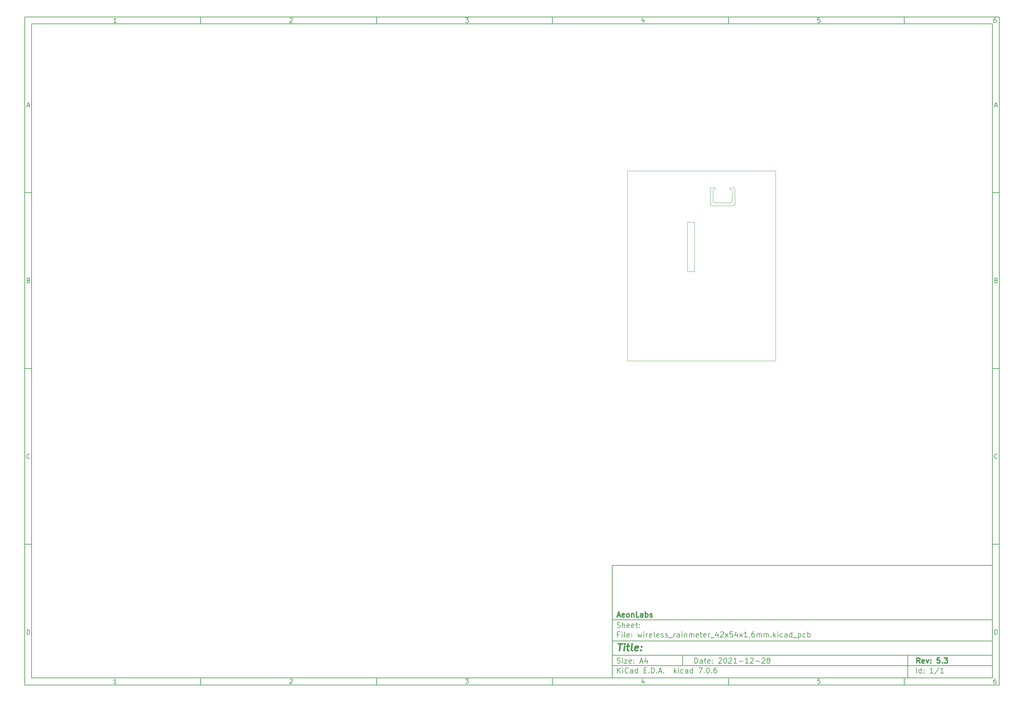
<source format=gbr>
G04 #@! TF.GenerationSoftware,KiCad,Pcbnew,7.0.6*
G04 #@! TF.CreationDate,2023-07-10T12:59:01+01:00*
G04 #@! TF.ProjectId,wireless_rainmeter_42x54x1_6mm,77697265-6c65-4737-935f-7261696e6d65,5.3*
G04 #@! TF.SameCoordinates,Original*
G04 #@! TF.FileFunction,Glue,Bot*
G04 #@! TF.FilePolarity,Positive*
%FSLAX46Y46*%
G04 Gerber Fmt 4.6, Leading zero omitted, Abs format (unit mm)*
G04 Created by KiCad (PCBNEW 7.0.6) date 2023-07-10 12:59:01*
%MOMM*%
%LPD*%
G01*
G04 APERTURE LIST*
%ADD10C,0.100000*%
%ADD11C,0.150000*%
%ADD12C,0.300000*%
%ADD13C,0.400000*%
G04 #@! TA.AperFunction,Profile*
%ADD14C,0.100000*%
G04 #@! TD*
G04 APERTURE END LIST*
D10*
D11*
X177002200Y-166007200D02*
X285002200Y-166007200D01*
X285002200Y-198007200D01*
X177002200Y-198007200D01*
X177002200Y-166007200D01*
D10*
D11*
X10000000Y-10000000D02*
X287002200Y-10000000D01*
X287002200Y-200007200D01*
X10000000Y-200007200D01*
X10000000Y-10000000D01*
D10*
D11*
X12000000Y-12000000D02*
X285002200Y-12000000D01*
X285002200Y-198007200D01*
X12000000Y-198007200D01*
X12000000Y-12000000D01*
D10*
D11*
X60000000Y-12000000D02*
X60000000Y-10000000D01*
D10*
D11*
X110000000Y-12000000D02*
X110000000Y-10000000D01*
D10*
D11*
X160000000Y-12000000D02*
X160000000Y-10000000D01*
D10*
D11*
X210000000Y-12000000D02*
X210000000Y-10000000D01*
D10*
D11*
X260000000Y-12000000D02*
X260000000Y-10000000D01*
D10*
D11*
X36089160Y-11593604D02*
X35346303Y-11593604D01*
X35717731Y-11593604D02*
X35717731Y-10293604D01*
X35717731Y-10293604D02*
X35593922Y-10479319D01*
X35593922Y-10479319D02*
X35470112Y-10603128D01*
X35470112Y-10603128D02*
X35346303Y-10665033D01*
D10*
D11*
X85346303Y-10417414D02*
X85408207Y-10355509D01*
X85408207Y-10355509D02*
X85532017Y-10293604D01*
X85532017Y-10293604D02*
X85841541Y-10293604D01*
X85841541Y-10293604D02*
X85965350Y-10355509D01*
X85965350Y-10355509D02*
X86027255Y-10417414D01*
X86027255Y-10417414D02*
X86089160Y-10541223D01*
X86089160Y-10541223D02*
X86089160Y-10665033D01*
X86089160Y-10665033D02*
X86027255Y-10850747D01*
X86027255Y-10850747D02*
X85284398Y-11593604D01*
X85284398Y-11593604D02*
X86089160Y-11593604D01*
D10*
D11*
X135284398Y-10293604D02*
X136089160Y-10293604D01*
X136089160Y-10293604D02*
X135655826Y-10788842D01*
X135655826Y-10788842D02*
X135841541Y-10788842D01*
X135841541Y-10788842D02*
X135965350Y-10850747D01*
X135965350Y-10850747D02*
X136027255Y-10912652D01*
X136027255Y-10912652D02*
X136089160Y-11036461D01*
X136089160Y-11036461D02*
X136089160Y-11345985D01*
X136089160Y-11345985D02*
X136027255Y-11469795D01*
X136027255Y-11469795D02*
X135965350Y-11531700D01*
X135965350Y-11531700D02*
X135841541Y-11593604D01*
X135841541Y-11593604D02*
X135470112Y-11593604D01*
X135470112Y-11593604D02*
X135346303Y-11531700D01*
X135346303Y-11531700D02*
X135284398Y-11469795D01*
D10*
D11*
X185965350Y-10726938D02*
X185965350Y-11593604D01*
X185655826Y-10231700D02*
X185346303Y-11160271D01*
X185346303Y-11160271D02*
X186151064Y-11160271D01*
D10*
D11*
X236027255Y-10293604D02*
X235408207Y-10293604D01*
X235408207Y-10293604D02*
X235346303Y-10912652D01*
X235346303Y-10912652D02*
X235408207Y-10850747D01*
X235408207Y-10850747D02*
X235532017Y-10788842D01*
X235532017Y-10788842D02*
X235841541Y-10788842D01*
X235841541Y-10788842D02*
X235965350Y-10850747D01*
X235965350Y-10850747D02*
X236027255Y-10912652D01*
X236027255Y-10912652D02*
X236089160Y-11036461D01*
X236089160Y-11036461D02*
X236089160Y-11345985D01*
X236089160Y-11345985D02*
X236027255Y-11469795D01*
X236027255Y-11469795D02*
X235965350Y-11531700D01*
X235965350Y-11531700D02*
X235841541Y-11593604D01*
X235841541Y-11593604D02*
X235532017Y-11593604D01*
X235532017Y-11593604D02*
X235408207Y-11531700D01*
X235408207Y-11531700D02*
X235346303Y-11469795D01*
D10*
D11*
X285965350Y-10293604D02*
X285717731Y-10293604D01*
X285717731Y-10293604D02*
X285593922Y-10355509D01*
X285593922Y-10355509D02*
X285532017Y-10417414D01*
X285532017Y-10417414D02*
X285408207Y-10603128D01*
X285408207Y-10603128D02*
X285346303Y-10850747D01*
X285346303Y-10850747D02*
X285346303Y-11345985D01*
X285346303Y-11345985D02*
X285408207Y-11469795D01*
X285408207Y-11469795D02*
X285470112Y-11531700D01*
X285470112Y-11531700D02*
X285593922Y-11593604D01*
X285593922Y-11593604D02*
X285841541Y-11593604D01*
X285841541Y-11593604D02*
X285965350Y-11531700D01*
X285965350Y-11531700D02*
X286027255Y-11469795D01*
X286027255Y-11469795D02*
X286089160Y-11345985D01*
X286089160Y-11345985D02*
X286089160Y-11036461D01*
X286089160Y-11036461D02*
X286027255Y-10912652D01*
X286027255Y-10912652D02*
X285965350Y-10850747D01*
X285965350Y-10850747D02*
X285841541Y-10788842D01*
X285841541Y-10788842D02*
X285593922Y-10788842D01*
X285593922Y-10788842D02*
X285470112Y-10850747D01*
X285470112Y-10850747D02*
X285408207Y-10912652D01*
X285408207Y-10912652D02*
X285346303Y-11036461D01*
D10*
D11*
X60000000Y-198007200D02*
X60000000Y-200007200D01*
D10*
D11*
X110000000Y-198007200D02*
X110000000Y-200007200D01*
D10*
D11*
X160000000Y-198007200D02*
X160000000Y-200007200D01*
D10*
D11*
X210000000Y-198007200D02*
X210000000Y-200007200D01*
D10*
D11*
X260000000Y-198007200D02*
X260000000Y-200007200D01*
D10*
D11*
X36089160Y-199600804D02*
X35346303Y-199600804D01*
X35717731Y-199600804D02*
X35717731Y-198300804D01*
X35717731Y-198300804D02*
X35593922Y-198486519D01*
X35593922Y-198486519D02*
X35470112Y-198610328D01*
X35470112Y-198610328D02*
X35346303Y-198672233D01*
D10*
D11*
X85346303Y-198424614D02*
X85408207Y-198362709D01*
X85408207Y-198362709D02*
X85532017Y-198300804D01*
X85532017Y-198300804D02*
X85841541Y-198300804D01*
X85841541Y-198300804D02*
X85965350Y-198362709D01*
X85965350Y-198362709D02*
X86027255Y-198424614D01*
X86027255Y-198424614D02*
X86089160Y-198548423D01*
X86089160Y-198548423D02*
X86089160Y-198672233D01*
X86089160Y-198672233D02*
X86027255Y-198857947D01*
X86027255Y-198857947D02*
X85284398Y-199600804D01*
X85284398Y-199600804D02*
X86089160Y-199600804D01*
D10*
D11*
X135284398Y-198300804D02*
X136089160Y-198300804D01*
X136089160Y-198300804D02*
X135655826Y-198796042D01*
X135655826Y-198796042D02*
X135841541Y-198796042D01*
X135841541Y-198796042D02*
X135965350Y-198857947D01*
X135965350Y-198857947D02*
X136027255Y-198919852D01*
X136027255Y-198919852D02*
X136089160Y-199043661D01*
X136089160Y-199043661D02*
X136089160Y-199353185D01*
X136089160Y-199353185D02*
X136027255Y-199476995D01*
X136027255Y-199476995D02*
X135965350Y-199538900D01*
X135965350Y-199538900D02*
X135841541Y-199600804D01*
X135841541Y-199600804D02*
X135470112Y-199600804D01*
X135470112Y-199600804D02*
X135346303Y-199538900D01*
X135346303Y-199538900D02*
X135284398Y-199476995D01*
D10*
D11*
X185965350Y-198734138D02*
X185965350Y-199600804D01*
X185655826Y-198238900D02*
X185346303Y-199167471D01*
X185346303Y-199167471D02*
X186151064Y-199167471D01*
D10*
D11*
X236027255Y-198300804D02*
X235408207Y-198300804D01*
X235408207Y-198300804D02*
X235346303Y-198919852D01*
X235346303Y-198919852D02*
X235408207Y-198857947D01*
X235408207Y-198857947D02*
X235532017Y-198796042D01*
X235532017Y-198796042D02*
X235841541Y-198796042D01*
X235841541Y-198796042D02*
X235965350Y-198857947D01*
X235965350Y-198857947D02*
X236027255Y-198919852D01*
X236027255Y-198919852D02*
X236089160Y-199043661D01*
X236089160Y-199043661D02*
X236089160Y-199353185D01*
X236089160Y-199353185D02*
X236027255Y-199476995D01*
X236027255Y-199476995D02*
X235965350Y-199538900D01*
X235965350Y-199538900D02*
X235841541Y-199600804D01*
X235841541Y-199600804D02*
X235532017Y-199600804D01*
X235532017Y-199600804D02*
X235408207Y-199538900D01*
X235408207Y-199538900D02*
X235346303Y-199476995D01*
D10*
D11*
X285965350Y-198300804D02*
X285717731Y-198300804D01*
X285717731Y-198300804D02*
X285593922Y-198362709D01*
X285593922Y-198362709D02*
X285532017Y-198424614D01*
X285532017Y-198424614D02*
X285408207Y-198610328D01*
X285408207Y-198610328D02*
X285346303Y-198857947D01*
X285346303Y-198857947D02*
X285346303Y-199353185D01*
X285346303Y-199353185D02*
X285408207Y-199476995D01*
X285408207Y-199476995D02*
X285470112Y-199538900D01*
X285470112Y-199538900D02*
X285593922Y-199600804D01*
X285593922Y-199600804D02*
X285841541Y-199600804D01*
X285841541Y-199600804D02*
X285965350Y-199538900D01*
X285965350Y-199538900D02*
X286027255Y-199476995D01*
X286027255Y-199476995D02*
X286089160Y-199353185D01*
X286089160Y-199353185D02*
X286089160Y-199043661D01*
X286089160Y-199043661D02*
X286027255Y-198919852D01*
X286027255Y-198919852D02*
X285965350Y-198857947D01*
X285965350Y-198857947D02*
X285841541Y-198796042D01*
X285841541Y-198796042D02*
X285593922Y-198796042D01*
X285593922Y-198796042D02*
X285470112Y-198857947D01*
X285470112Y-198857947D02*
X285408207Y-198919852D01*
X285408207Y-198919852D02*
X285346303Y-199043661D01*
D10*
D11*
X10000000Y-60000000D02*
X12000000Y-60000000D01*
D10*
D11*
X10000000Y-110000000D02*
X12000000Y-110000000D01*
D10*
D11*
X10000000Y-160000000D02*
X12000000Y-160000000D01*
D10*
D11*
X10690476Y-35222176D02*
X11309523Y-35222176D01*
X10566666Y-35593604D02*
X10999999Y-34293604D01*
X10999999Y-34293604D02*
X11433333Y-35593604D01*
D10*
D11*
X11092857Y-84912652D02*
X11278571Y-84974557D01*
X11278571Y-84974557D02*
X11340476Y-85036461D01*
X11340476Y-85036461D02*
X11402380Y-85160271D01*
X11402380Y-85160271D02*
X11402380Y-85345985D01*
X11402380Y-85345985D02*
X11340476Y-85469795D01*
X11340476Y-85469795D02*
X11278571Y-85531700D01*
X11278571Y-85531700D02*
X11154761Y-85593604D01*
X11154761Y-85593604D02*
X10659523Y-85593604D01*
X10659523Y-85593604D02*
X10659523Y-84293604D01*
X10659523Y-84293604D02*
X11092857Y-84293604D01*
X11092857Y-84293604D02*
X11216666Y-84355509D01*
X11216666Y-84355509D02*
X11278571Y-84417414D01*
X11278571Y-84417414D02*
X11340476Y-84541223D01*
X11340476Y-84541223D02*
X11340476Y-84665033D01*
X11340476Y-84665033D02*
X11278571Y-84788842D01*
X11278571Y-84788842D02*
X11216666Y-84850747D01*
X11216666Y-84850747D02*
X11092857Y-84912652D01*
X11092857Y-84912652D02*
X10659523Y-84912652D01*
D10*
D11*
X11402380Y-135469795D02*
X11340476Y-135531700D01*
X11340476Y-135531700D02*
X11154761Y-135593604D01*
X11154761Y-135593604D02*
X11030952Y-135593604D01*
X11030952Y-135593604D02*
X10845238Y-135531700D01*
X10845238Y-135531700D02*
X10721428Y-135407890D01*
X10721428Y-135407890D02*
X10659523Y-135284080D01*
X10659523Y-135284080D02*
X10597619Y-135036461D01*
X10597619Y-135036461D02*
X10597619Y-134850747D01*
X10597619Y-134850747D02*
X10659523Y-134603128D01*
X10659523Y-134603128D02*
X10721428Y-134479319D01*
X10721428Y-134479319D02*
X10845238Y-134355509D01*
X10845238Y-134355509D02*
X11030952Y-134293604D01*
X11030952Y-134293604D02*
X11154761Y-134293604D01*
X11154761Y-134293604D02*
X11340476Y-134355509D01*
X11340476Y-134355509D02*
X11402380Y-134417414D01*
D10*
D11*
X10659523Y-185593604D02*
X10659523Y-184293604D01*
X10659523Y-184293604D02*
X10969047Y-184293604D01*
X10969047Y-184293604D02*
X11154761Y-184355509D01*
X11154761Y-184355509D02*
X11278571Y-184479319D01*
X11278571Y-184479319D02*
X11340476Y-184603128D01*
X11340476Y-184603128D02*
X11402380Y-184850747D01*
X11402380Y-184850747D02*
X11402380Y-185036461D01*
X11402380Y-185036461D02*
X11340476Y-185284080D01*
X11340476Y-185284080D02*
X11278571Y-185407890D01*
X11278571Y-185407890D02*
X11154761Y-185531700D01*
X11154761Y-185531700D02*
X10969047Y-185593604D01*
X10969047Y-185593604D02*
X10659523Y-185593604D01*
D10*
D11*
X287002200Y-60000000D02*
X285002200Y-60000000D01*
D10*
D11*
X287002200Y-110000000D02*
X285002200Y-110000000D01*
D10*
D11*
X287002200Y-160000000D02*
X285002200Y-160000000D01*
D10*
D11*
X285692676Y-35222176D02*
X286311723Y-35222176D01*
X285568866Y-35593604D02*
X286002199Y-34293604D01*
X286002199Y-34293604D02*
X286435533Y-35593604D01*
D10*
D11*
X286095057Y-84912652D02*
X286280771Y-84974557D01*
X286280771Y-84974557D02*
X286342676Y-85036461D01*
X286342676Y-85036461D02*
X286404580Y-85160271D01*
X286404580Y-85160271D02*
X286404580Y-85345985D01*
X286404580Y-85345985D02*
X286342676Y-85469795D01*
X286342676Y-85469795D02*
X286280771Y-85531700D01*
X286280771Y-85531700D02*
X286156961Y-85593604D01*
X286156961Y-85593604D02*
X285661723Y-85593604D01*
X285661723Y-85593604D02*
X285661723Y-84293604D01*
X285661723Y-84293604D02*
X286095057Y-84293604D01*
X286095057Y-84293604D02*
X286218866Y-84355509D01*
X286218866Y-84355509D02*
X286280771Y-84417414D01*
X286280771Y-84417414D02*
X286342676Y-84541223D01*
X286342676Y-84541223D02*
X286342676Y-84665033D01*
X286342676Y-84665033D02*
X286280771Y-84788842D01*
X286280771Y-84788842D02*
X286218866Y-84850747D01*
X286218866Y-84850747D02*
X286095057Y-84912652D01*
X286095057Y-84912652D02*
X285661723Y-84912652D01*
D10*
D11*
X286404580Y-135469795D02*
X286342676Y-135531700D01*
X286342676Y-135531700D02*
X286156961Y-135593604D01*
X286156961Y-135593604D02*
X286033152Y-135593604D01*
X286033152Y-135593604D02*
X285847438Y-135531700D01*
X285847438Y-135531700D02*
X285723628Y-135407890D01*
X285723628Y-135407890D02*
X285661723Y-135284080D01*
X285661723Y-135284080D02*
X285599819Y-135036461D01*
X285599819Y-135036461D02*
X285599819Y-134850747D01*
X285599819Y-134850747D02*
X285661723Y-134603128D01*
X285661723Y-134603128D02*
X285723628Y-134479319D01*
X285723628Y-134479319D02*
X285847438Y-134355509D01*
X285847438Y-134355509D02*
X286033152Y-134293604D01*
X286033152Y-134293604D02*
X286156961Y-134293604D01*
X286156961Y-134293604D02*
X286342676Y-134355509D01*
X286342676Y-134355509D02*
X286404580Y-134417414D01*
D10*
D11*
X285661723Y-185593604D02*
X285661723Y-184293604D01*
X285661723Y-184293604D02*
X285971247Y-184293604D01*
X285971247Y-184293604D02*
X286156961Y-184355509D01*
X286156961Y-184355509D02*
X286280771Y-184479319D01*
X286280771Y-184479319D02*
X286342676Y-184603128D01*
X286342676Y-184603128D02*
X286404580Y-184850747D01*
X286404580Y-184850747D02*
X286404580Y-185036461D01*
X286404580Y-185036461D02*
X286342676Y-185284080D01*
X286342676Y-185284080D02*
X286280771Y-185407890D01*
X286280771Y-185407890D02*
X286156961Y-185531700D01*
X286156961Y-185531700D02*
X285971247Y-185593604D01*
X285971247Y-185593604D02*
X285661723Y-185593604D01*
D10*
D11*
X200458026Y-193793328D02*
X200458026Y-192293328D01*
X200458026Y-192293328D02*
X200815169Y-192293328D01*
X200815169Y-192293328D02*
X201029455Y-192364757D01*
X201029455Y-192364757D02*
X201172312Y-192507614D01*
X201172312Y-192507614D02*
X201243741Y-192650471D01*
X201243741Y-192650471D02*
X201315169Y-192936185D01*
X201315169Y-192936185D02*
X201315169Y-193150471D01*
X201315169Y-193150471D02*
X201243741Y-193436185D01*
X201243741Y-193436185D02*
X201172312Y-193579042D01*
X201172312Y-193579042D02*
X201029455Y-193721900D01*
X201029455Y-193721900D02*
X200815169Y-193793328D01*
X200815169Y-193793328D02*
X200458026Y-193793328D01*
X202600884Y-193793328D02*
X202600884Y-193007614D01*
X202600884Y-193007614D02*
X202529455Y-192864757D01*
X202529455Y-192864757D02*
X202386598Y-192793328D01*
X202386598Y-192793328D02*
X202100884Y-192793328D01*
X202100884Y-192793328D02*
X201958026Y-192864757D01*
X202600884Y-193721900D02*
X202458026Y-193793328D01*
X202458026Y-193793328D02*
X202100884Y-193793328D01*
X202100884Y-193793328D02*
X201958026Y-193721900D01*
X201958026Y-193721900D02*
X201886598Y-193579042D01*
X201886598Y-193579042D02*
X201886598Y-193436185D01*
X201886598Y-193436185D02*
X201958026Y-193293328D01*
X201958026Y-193293328D02*
X202100884Y-193221900D01*
X202100884Y-193221900D02*
X202458026Y-193221900D01*
X202458026Y-193221900D02*
X202600884Y-193150471D01*
X203100884Y-192793328D02*
X203672312Y-192793328D01*
X203315169Y-192293328D02*
X203315169Y-193579042D01*
X203315169Y-193579042D02*
X203386598Y-193721900D01*
X203386598Y-193721900D02*
X203529455Y-193793328D01*
X203529455Y-193793328D02*
X203672312Y-193793328D01*
X204743741Y-193721900D02*
X204600884Y-193793328D01*
X204600884Y-193793328D02*
X204315170Y-193793328D01*
X204315170Y-193793328D02*
X204172312Y-193721900D01*
X204172312Y-193721900D02*
X204100884Y-193579042D01*
X204100884Y-193579042D02*
X204100884Y-193007614D01*
X204100884Y-193007614D02*
X204172312Y-192864757D01*
X204172312Y-192864757D02*
X204315170Y-192793328D01*
X204315170Y-192793328D02*
X204600884Y-192793328D01*
X204600884Y-192793328D02*
X204743741Y-192864757D01*
X204743741Y-192864757D02*
X204815170Y-193007614D01*
X204815170Y-193007614D02*
X204815170Y-193150471D01*
X204815170Y-193150471D02*
X204100884Y-193293328D01*
X205458026Y-193650471D02*
X205529455Y-193721900D01*
X205529455Y-193721900D02*
X205458026Y-193793328D01*
X205458026Y-193793328D02*
X205386598Y-193721900D01*
X205386598Y-193721900D02*
X205458026Y-193650471D01*
X205458026Y-193650471D02*
X205458026Y-193793328D01*
X205458026Y-192864757D02*
X205529455Y-192936185D01*
X205529455Y-192936185D02*
X205458026Y-193007614D01*
X205458026Y-193007614D02*
X205386598Y-192936185D01*
X205386598Y-192936185D02*
X205458026Y-192864757D01*
X205458026Y-192864757D02*
X205458026Y-193007614D01*
X207243741Y-192436185D02*
X207315169Y-192364757D01*
X207315169Y-192364757D02*
X207458027Y-192293328D01*
X207458027Y-192293328D02*
X207815169Y-192293328D01*
X207815169Y-192293328D02*
X207958027Y-192364757D01*
X207958027Y-192364757D02*
X208029455Y-192436185D01*
X208029455Y-192436185D02*
X208100884Y-192579042D01*
X208100884Y-192579042D02*
X208100884Y-192721900D01*
X208100884Y-192721900D02*
X208029455Y-192936185D01*
X208029455Y-192936185D02*
X207172312Y-193793328D01*
X207172312Y-193793328D02*
X208100884Y-193793328D01*
X209029455Y-192293328D02*
X209172312Y-192293328D01*
X209172312Y-192293328D02*
X209315169Y-192364757D01*
X209315169Y-192364757D02*
X209386598Y-192436185D01*
X209386598Y-192436185D02*
X209458026Y-192579042D01*
X209458026Y-192579042D02*
X209529455Y-192864757D01*
X209529455Y-192864757D02*
X209529455Y-193221900D01*
X209529455Y-193221900D02*
X209458026Y-193507614D01*
X209458026Y-193507614D02*
X209386598Y-193650471D01*
X209386598Y-193650471D02*
X209315169Y-193721900D01*
X209315169Y-193721900D02*
X209172312Y-193793328D01*
X209172312Y-193793328D02*
X209029455Y-193793328D01*
X209029455Y-193793328D02*
X208886598Y-193721900D01*
X208886598Y-193721900D02*
X208815169Y-193650471D01*
X208815169Y-193650471D02*
X208743740Y-193507614D01*
X208743740Y-193507614D02*
X208672312Y-193221900D01*
X208672312Y-193221900D02*
X208672312Y-192864757D01*
X208672312Y-192864757D02*
X208743740Y-192579042D01*
X208743740Y-192579042D02*
X208815169Y-192436185D01*
X208815169Y-192436185D02*
X208886598Y-192364757D01*
X208886598Y-192364757D02*
X209029455Y-192293328D01*
X210100883Y-192436185D02*
X210172311Y-192364757D01*
X210172311Y-192364757D02*
X210315169Y-192293328D01*
X210315169Y-192293328D02*
X210672311Y-192293328D01*
X210672311Y-192293328D02*
X210815169Y-192364757D01*
X210815169Y-192364757D02*
X210886597Y-192436185D01*
X210886597Y-192436185D02*
X210958026Y-192579042D01*
X210958026Y-192579042D02*
X210958026Y-192721900D01*
X210958026Y-192721900D02*
X210886597Y-192936185D01*
X210886597Y-192936185D02*
X210029454Y-193793328D01*
X210029454Y-193793328D02*
X210958026Y-193793328D01*
X212386597Y-193793328D02*
X211529454Y-193793328D01*
X211958025Y-193793328D02*
X211958025Y-192293328D01*
X211958025Y-192293328D02*
X211815168Y-192507614D01*
X211815168Y-192507614D02*
X211672311Y-192650471D01*
X211672311Y-192650471D02*
X211529454Y-192721900D01*
X213029453Y-193221900D02*
X214172311Y-193221900D01*
X215672311Y-193793328D02*
X214815168Y-193793328D01*
X215243739Y-193793328D02*
X215243739Y-192293328D01*
X215243739Y-192293328D02*
X215100882Y-192507614D01*
X215100882Y-192507614D02*
X214958025Y-192650471D01*
X214958025Y-192650471D02*
X214815168Y-192721900D01*
X216243739Y-192436185D02*
X216315167Y-192364757D01*
X216315167Y-192364757D02*
X216458025Y-192293328D01*
X216458025Y-192293328D02*
X216815167Y-192293328D01*
X216815167Y-192293328D02*
X216958025Y-192364757D01*
X216958025Y-192364757D02*
X217029453Y-192436185D01*
X217029453Y-192436185D02*
X217100882Y-192579042D01*
X217100882Y-192579042D02*
X217100882Y-192721900D01*
X217100882Y-192721900D02*
X217029453Y-192936185D01*
X217029453Y-192936185D02*
X216172310Y-193793328D01*
X216172310Y-193793328D02*
X217100882Y-193793328D01*
X217743738Y-193221900D02*
X218886596Y-193221900D01*
X219529453Y-192436185D02*
X219600881Y-192364757D01*
X219600881Y-192364757D02*
X219743739Y-192293328D01*
X219743739Y-192293328D02*
X220100881Y-192293328D01*
X220100881Y-192293328D02*
X220243739Y-192364757D01*
X220243739Y-192364757D02*
X220315167Y-192436185D01*
X220315167Y-192436185D02*
X220386596Y-192579042D01*
X220386596Y-192579042D02*
X220386596Y-192721900D01*
X220386596Y-192721900D02*
X220315167Y-192936185D01*
X220315167Y-192936185D02*
X219458024Y-193793328D01*
X219458024Y-193793328D02*
X220386596Y-193793328D01*
X221243738Y-192936185D02*
X221100881Y-192864757D01*
X221100881Y-192864757D02*
X221029452Y-192793328D01*
X221029452Y-192793328D02*
X220958024Y-192650471D01*
X220958024Y-192650471D02*
X220958024Y-192579042D01*
X220958024Y-192579042D02*
X221029452Y-192436185D01*
X221029452Y-192436185D02*
X221100881Y-192364757D01*
X221100881Y-192364757D02*
X221243738Y-192293328D01*
X221243738Y-192293328D02*
X221529452Y-192293328D01*
X221529452Y-192293328D02*
X221672310Y-192364757D01*
X221672310Y-192364757D02*
X221743738Y-192436185D01*
X221743738Y-192436185D02*
X221815167Y-192579042D01*
X221815167Y-192579042D02*
X221815167Y-192650471D01*
X221815167Y-192650471D02*
X221743738Y-192793328D01*
X221743738Y-192793328D02*
X221672310Y-192864757D01*
X221672310Y-192864757D02*
X221529452Y-192936185D01*
X221529452Y-192936185D02*
X221243738Y-192936185D01*
X221243738Y-192936185D02*
X221100881Y-193007614D01*
X221100881Y-193007614D02*
X221029452Y-193079042D01*
X221029452Y-193079042D02*
X220958024Y-193221900D01*
X220958024Y-193221900D02*
X220958024Y-193507614D01*
X220958024Y-193507614D02*
X221029452Y-193650471D01*
X221029452Y-193650471D02*
X221100881Y-193721900D01*
X221100881Y-193721900D02*
X221243738Y-193793328D01*
X221243738Y-193793328D02*
X221529452Y-193793328D01*
X221529452Y-193793328D02*
X221672310Y-193721900D01*
X221672310Y-193721900D02*
X221743738Y-193650471D01*
X221743738Y-193650471D02*
X221815167Y-193507614D01*
X221815167Y-193507614D02*
X221815167Y-193221900D01*
X221815167Y-193221900D02*
X221743738Y-193079042D01*
X221743738Y-193079042D02*
X221672310Y-193007614D01*
X221672310Y-193007614D02*
X221529452Y-192936185D01*
D10*
D11*
X177002200Y-194507200D02*
X285002200Y-194507200D01*
D10*
D11*
X178458026Y-196593328D02*
X178458026Y-195093328D01*
X179315169Y-196593328D02*
X178672312Y-195736185D01*
X179315169Y-195093328D02*
X178458026Y-195950471D01*
X179958026Y-196593328D02*
X179958026Y-195593328D01*
X179958026Y-195093328D02*
X179886598Y-195164757D01*
X179886598Y-195164757D02*
X179958026Y-195236185D01*
X179958026Y-195236185D02*
X180029455Y-195164757D01*
X180029455Y-195164757D02*
X179958026Y-195093328D01*
X179958026Y-195093328D02*
X179958026Y-195236185D01*
X181529455Y-196450471D02*
X181458027Y-196521900D01*
X181458027Y-196521900D02*
X181243741Y-196593328D01*
X181243741Y-196593328D02*
X181100884Y-196593328D01*
X181100884Y-196593328D02*
X180886598Y-196521900D01*
X180886598Y-196521900D02*
X180743741Y-196379042D01*
X180743741Y-196379042D02*
X180672312Y-196236185D01*
X180672312Y-196236185D02*
X180600884Y-195950471D01*
X180600884Y-195950471D02*
X180600884Y-195736185D01*
X180600884Y-195736185D02*
X180672312Y-195450471D01*
X180672312Y-195450471D02*
X180743741Y-195307614D01*
X180743741Y-195307614D02*
X180886598Y-195164757D01*
X180886598Y-195164757D02*
X181100884Y-195093328D01*
X181100884Y-195093328D02*
X181243741Y-195093328D01*
X181243741Y-195093328D02*
X181458027Y-195164757D01*
X181458027Y-195164757D02*
X181529455Y-195236185D01*
X182815170Y-196593328D02*
X182815170Y-195807614D01*
X182815170Y-195807614D02*
X182743741Y-195664757D01*
X182743741Y-195664757D02*
X182600884Y-195593328D01*
X182600884Y-195593328D02*
X182315170Y-195593328D01*
X182315170Y-195593328D02*
X182172312Y-195664757D01*
X182815170Y-196521900D02*
X182672312Y-196593328D01*
X182672312Y-196593328D02*
X182315170Y-196593328D01*
X182315170Y-196593328D02*
X182172312Y-196521900D01*
X182172312Y-196521900D02*
X182100884Y-196379042D01*
X182100884Y-196379042D02*
X182100884Y-196236185D01*
X182100884Y-196236185D02*
X182172312Y-196093328D01*
X182172312Y-196093328D02*
X182315170Y-196021900D01*
X182315170Y-196021900D02*
X182672312Y-196021900D01*
X182672312Y-196021900D02*
X182815170Y-195950471D01*
X184172313Y-196593328D02*
X184172313Y-195093328D01*
X184172313Y-196521900D02*
X184029455Y-196593328D01*
X184029455Y-196593328D02*
X183743741Y-196593328D01*
X183743741Y-196593328D02*
X183600884Y-196521900D01*
X183600884Y-196521900D02*
X183529455Y-196450471D01*
X183529455Y-196450471D02*
X183458027Y-196307614D01*
X183458027Y-196307614D02*
X183458027Y-195879042D01*
X183458027Y-195879042D02*
X183529455Y-195736185D01*
X183529455Y-195736185D02*
X183600884Y-195664757D01*
X183600884Y-195664757D02*
X183743741Y-195593328D01*
X183743741Y-195593328D02*
X184029455Y-195593328D01*
X184029455Y-195593328D02*
X184172313Y-195664757D01*
X186029455Y-195807614D02*
X186529455Y-195807614D01*
X186743741Y-196593328D02*
X186029455Y-196593328D01*
X186029455Y-196593328D02*
X186029455Y-195093328D01*
X186029455Y-195093328D02*
X186743741Y-195093328D01*
X187386598Y-196450471D02*
X187458027Y-196521900D01*
X187458027Y-196521900D02*
X187386598Y-196593328D01*
X187386598Y-196593328D02*
X187315170Y-196521900D01*
X187315170Y-196521900D02*
X187386598Y-196450471D01*
X187386598Y-196450471D02*
X187386598Y-196593328D01*
X188100884Y-196593328D02*
X188100884Y-195093328D01*
X188100884Y-195093328D02*
X188458027Y-195093328D01*
X188458027Y-195093328D02*
X188672313Y-195164757D01*
X188672313Y-195164757D02*
X188815170Y-195307614D01*
X188815170Y-195307614D02*
X188886599Y-195450471D01*
X188886599Y-195450471D02*
X188958027Y-195736185D01*
X188958027Y-195736185D02*
X188958027Y-195950471D01*
X188958027Y-195950471D02*
X188886599Y-196236185D01*
X188886599Y-196236185D02*
X188815170Y-196379042D01*
X188815170Y-196379042D02*
X188672313Y-196521900D01*
X188672313Y-196521900D02*
X188458027Y-196593328D01*
X188458027Y-196593328D02*
X188100884Y-196593328D01*
X189600884Y-196450471D02*
X189672313Y-196521900D01*
X189672313Y-196521900D02*
X189600884Y-196593328D01*
X189600884Y-196593328D02*
X189529456Y-196521900D01*
X189529456Y-196521900D02*
X189600884Y-196450471D01*
X189600884Y-196450471D02*
X189600884Y-196593328D01*
X190243742Y-196164757D02*
X190958028Y-196164757D01*
X190100885Y-196593328D02*
X190600885Y-195093328D01*
X190600885Y-195093328D02*
X191100885Y-196593328D01*
X191600884Y-196450471D02*
X191672313Y-196521900D01*
X191672313Y-196521900D02*
X191600884Y-196593328D01*
X191600884Y-196593328D02*
X191529456Y-196521900D01*
X191529456Y-196521900D02*
X191600884Y-196450471D01*
X191600884Y-196450471D02*
X191600884Y-196593328D01*
X194600884Y-196593328D02*
X194600884Y-195093328D01*
X194743742Y-196021900D02*
X195172313Y-196593328D01*
X195172313Y-195593328D02*
X194600884Y-196164757D01*
X195815170Y-196593328D02*
X195815170Y-195593328D01*
X195815170Y-195093328D02*
X195743742Y-195164757D01*
X195743742Y-195164757D02*
X195815170Y-195236185D01*
X195815170Y-195236185D02*
X195886599Y-195164757D01*
X195886599Y-195164757D02*
X195815170Y-195093328D01*
X195815170Y-195093328D02*
X195815170Y-195236185D01*
X197172314Y-196521900D02*
X197029456Y-196593328D01*
X197029456Y-196593328D02*
X196743742Y-196593328D01*
X196743742Y-196593328D02*
X196600885Y-196521900D01*
X196600885Y-196521900D02*
X196529456Y-196450471D01*
X196529456Y-196450471D02*
X196458028Y-196307614D01*
X196458028Y-196307614D02*
X196458028Y-195879042D01*
X196458028Y-195879042D02*
X196529456Y-195736185D01*
X196529456Y-195736185D02*
X196600885Y-195664757D01*
X196600885Y-195664757D02*
X196743742Y-195593328D01*
X196743742Y-195593328D02*
X197029456Y-195593328D01*
X197029456Y-195593328D02*
X197172314Y-195664757D01*
X198458028Y-196593328D02*
X198458028Y-195807614D01*
X198458028Y-195807614D02*
X198386599Y-195664757D01*
X198386599Y-195664757D02*
X198243742Y-195593328D01*
X198243742Y-195593328D02*
X197958028Y-195593328D01*
X197958028Y-195593328D02*
X197815170Y-195664757D01*
X198458028Y-196521900D02*
X198315170Y-196593328D01*
X198315170Y-196593328D02*
X197958028Y-196593328D01*
X197958028Y-196593328D02*
X197815170Y-196521900D01*
X197815170Y-196521900D02*
X197743742Y-196379042D01*
X197743742Y-196379042D02*
X197743742Y-196236185D01*
X197743742Y-196236185D02*
X197815170Y-196093328D01*
X197815170Y-196093328D02*
X197958028Y-196021900D01*
X197958028Y-196021900D02*
X198315170Y-196021900D01*
X198315170Y-196021900D02*
X198458028Y-195950471D01*
X199815171Y-196593328D02*
X199815171Y-195093328D01*
X199815171Y-196521900D02*
X199672313Y-196593328D01*
X199672313Y-196593328D02*
X199386599Y-196593328D01*
X199386599Y-196593328D02*
X199243742Y-196521900D01*
X199243742Y-196521900D02*
X199172313Y-196450471D01*
X199172313Y-196450471D02*
X199100885Y-196307614D01*
X199100885Y-196307614D02*
X199100885Y-195879042D01*
X199100885Y-195879042D02*
X199172313Y-195736185D01*
X199172313Y-195736185D02*
X199243742Y-195664757D01*
X199243742Y-195664757D02*
X199386599Y-195593328D01*
X199386599Y-195593328D02*
X199672313Y-195593328D01*
X199672313Y-195593328D02*
X199815171Y-195664757D01*
X201529456Y-195093328D02*
X202529456Y-195093328D01*
X202529456Y-195093328D02*
X201886599Y-196593328D01*
X203100884Y-196450471D02*
X203172313Y-196521900D01*
X203172313Y-196521900D02*
X203100884Y-196593328D01*
X203100884Y-196593328D02*
X203029456Y-196521900D01*
X203029456Y-196521900D02*
X203100884Y-196450471D01*
X203100884Y-196450471D02*
X203100884Y-196593328D01*
X204100885Y-195093328D02*
X204243742Y-195093328D01*
X204243742Y-195093328D02*
X204386599Y-195164757D01*
X204386599Y-195164757D02*
X204458028Y-195236185D01*
X204458028Y-195236185D02*
X204529456Y-195379042D01*
X204529456Y-195379042D02*
X204600885Y-195664757D01*
X204600885Y-195664757D02*
X204600885Y-196021900D01*
X204600885Y-196021900D02*
X204529456Y-196307614D01*
X204529456Y-196307614D02*
X204458028Y-196450471D01*
X204458028Y-196450471D02*
X204386599Y-196521900D01*
X204386599Y-196521900D02*
X204243742Y-196593328D01*
X204243742Y-196593328D02*
X204100885Y-196593328D01*
X204100885Y-196593328D02*
X203958028Y-196521900D01*
X203958028Y-196521900D02*
X203886599Y-196450471D01*
X203886599Y-196450471D02*
X203815170Y-196307614D01*
X203815170Y-196307614D02*
X203743742Y-196021900D01*
X203743742Y-196021900D02*
X203743742Y-195664757D01*
X203743742Y-195664757D02*
X203815170Y-195379042D01*
X203815170Y-195379042D02*
X203886599Y-195236185D01*
X203886599Y-195236185D02*
X203958028Y-195164757D01*
X203958028Y-195164757D02*
X204100885Y-195093328D01*
X205243741Y-196450471D02*
X205315170Y-196521900D01*
X205315170Y-196521900D02*
X205243741Y-196593328D01*
X205243741Y-196593328D02*
X205172313Y-196521900D01*
X205172313Y-196521900D02*
X205243741Y-196450471D01*
X205243741Y-196450471D02*
X205243741Y-196593328D01*
X206600885Y-195093328D02*
X206315170Y-195093328D01*
X206315170Y-195093328D02*
X206172313Y-195164757D01*
X206172313Y-195164757D02*
X206100885Y-195236185D01*
X206100885Y-195236185D02*
X205958027Y-195450471D01*
X205958027Y-195450471D02*
X205886599Y-195736185D01*
X205886599Y-195736185D02*
X205886599Y-196307614D01*
X205886599Y-196307614D02*
X205958027Y-196450471D01*
X205958027Y-196450471D02*
X206029456Y-196521900D01*
X206029456Y-196521900D02*
X206172313Y-196593328D01*
X206172313Y-196593328D02*
X206458027Y-196593328D01*
X206458027Y-196593328D02*
X206600885Y-196521900D01*
X206600885Y-196521900D02*
X206672313Y-196450471D01*
X206672313Y-196450471D02*
X206743742Y-196307614D01*
X206743742Y-196307614D02*
X206743742Y-195950471D01*
X206743742Y-195950471D02*
X206672313Y-195807614D01*
X206672313Y-195807614D02*
X206600885Y-195736185D01*
X206600885Y-195736185D02*
X206458027Y-195664757D01*
X206458027Y-195664757D02*
X206172313Y-195664757D01*
X206172313Y-195664757D02*
X206029456Y-195736185D01*
X206029456Y-195736185D02*
X205958027Y-195807614D01*
X205958027Y-195807614D02*
X205886599Y-195950471D01*
D10*
D11*
X177002200Y-191507200D02*
X285002200Y-191507200D01*
D10*
D12*
X264413853Y-193785528D02*
X263913853Y-193071242D01*
X263556710Y-193785528D02*
X263556710Y-192285528D01*
X263556710Y-192285528D02*
X264128139Y-192285528D01*
X264128139Y-192285528D02*
X264270996Y-192356957D01*
X264270996Y-192356957D02*
X264342425Y-192428385D01*
X264342425Y-192428385D02*
X264413853Y-192571242D01*
X264413853Y-192571242D02*
X264413853Y-192785528D01*
X264413853Y-192785528D02*
X264342425Y-192928385D01*
X264342425Y-192928385D02*
X264270996Y-192999814D01*
X264270996Y-192999814D02*
X264128139Y-193071242D01*
X264128139Y-193071242D02*
X263556710Y-193071242D01*
X265628139Y-193714100D02*
X265485282Y-193785528D01*
X265485282Y-193785528D02*
X265199568Y-193785528D01*
X265199568Y-193785528D02*
X265056710Y-193714100D01*
X265056710Y-193714100D02*
X264985282Y-193571242D01*
X264985282Y-193571242D02*
X264985282Y-192999814D01*
X264985282Y-192999814D02*
X265056710Y-192856957D01*
X265056710Y-192856957D02*
X265199568Y-192785528D01*
X265199568Y-192785528D02*
X265485282Y-192785528D01*
X265485282Y-192785528D02*
X265628139Y-192856957D01*
X265628139Y-192856957D02*
X265699568Y-192999814D01*
X265699568Y-192999814D02*
X265699568Y-193142671D01*
X265699568Y-193142671D02*
X264985282Y-193285528D01*
X266199567Y-192785528D02*
X266556710Y-193785528D01*
X266556710Y-193785528D02*
X266913853Y-192785528D01*
X267485281Y-193642671D02*
X267556710Y-193714100D01*
X267556710Y-193714100D02*
X267485281Y-193785528D01*
X267485281Y-193785528D02*
X267413853Y-193714100D01*
X267413853Y-193714100D02*
X267485281Y-193642671D01*
X267485281Y-193642671D02*
X267485281Y-193785528D01*
X267485281Y-192856957D02*
X267556710Y-192928385D01*
X267556710Y-192928385D02*
X267485281Y-192999814D01*
X267485281Y-192999814D02*
X267413853Y-192928385D01*
X267413853Y-192928385D02*
X267485281Y-192856957D01*
X267485281Y-192856957D02*
X267485281Y-192999814D01*
X270056710Y-192285528D02*
X269342424Y-192285528D01*
X269342424Y-192285528D02*
X269270996Y-192999814D01*
X269270996Y-192999814D02*
X269342424Y-192928385D01*
X269342424Y-192928385D02*
X269485282Y-192856957D01*
X269485282Y-192856957D02*
X269842424Y-192856957D01*
X269842424Y-192856957D02*
X269985282Y-192928385D01*
X269985282Y-192928385D02*
X270056710Y-192999814D01*
X270056710Y-192999814D02*
X270128139Y-193142671D01*
X270128139Y-193142671D02*
X270128139Y-193499814D01*
X270128139Y-193499814D02*
X270056710Y-193642671D01*
X270056710Y-193642671D02*
X269985282Y-193714100D01*
X269985282Y-193714100D02*
X269842424Y-193785528D01*
X269842424Y-193785528D02*
X269485282Y-193785528D01*
X269485282Y-193785528D02*
X269342424Y-193714100D01*
X269342424Y-193714100D02*
X269270996Y-193642671D01*
X270770995Y-193642671D02*
X270842424Y-193714100D01*
X270842424Y-193714100D02*
X270770995Y-193785528D01*
X270770995Y-193785528D02*
X270699567Y-193714100D01*
X270699567Y-193714100D02*
X270770995Y-193642671D01*
X270770995Y-193642671D02*
X270770995Y-193785528D01*
X271342424Y-192285528D02*
X272270996Y-192285528D01*
X272270996Y-192285528D02*
X271770996Y-192856957D01*
X271770996Y-192856957D02*
X271985281Y-192856957D01*
X271985281Y-192856957D02*
X272128139Y-192928385D01*
X272128139Y-192928385D02*
X272199567Y-192999814D01*
X272199567Y-192999814D02*
X272270996Y-193142671D01*
X272270996Y-193142671D02*
X272270996Y-193499814D01*
X272270996Y-193499814D02*
X272199567Y-193642671D01*
X272199567Y-193642671D02*
X272128139Y-193714100D01*
X272128139Y-193714100D02*
X271985281Y-193785528D01*
X271985281Y-193785528D02*
X271556710Y-193785528D01*
X271556710Y-193785528D02*
X271413853Y-193714100D01*
X271413853Y-193714100D02*
X271342424Y-193642671D01*
D10*
D11*
X178386598Y-193721900D02*
X178600884Y-193793328D01*
X178600884Y-193793328D02*
X178958026Y-193793328D01*
X178958026Y-193793328D02*
X179100884Y-193721900D01*
X179100884Y-193721900D02*
X179172312Y-193650471D01*
X179172312Y-193650471D02*
X179243741Y-193507614D01*
X179243741Y-193507614D02*
X179243741Y-193364757D01*
X179243741Y-193364757D02*
X179172312Y-193221900D01*
X179172312Y-193221900D02*
X179100884Y-193150471D01*
X179100884Y-193150471D02*
X178958026Y-193079042D01*
X178958026Y-193079042D02*
X178672312Y-193007614D01*
X178672312Y-193007614D02*
X178529455Y-192936185D01*
X178529455Y-192936185D02*
X178458026Y-192864757D01*
X178458026Y-192864757D02*
X178386598Y-192721900D01*
X178386598Y-192721900D02*
X178386598Y-192579042D01*
X178386598Y-192579042D02*
X178458026Y-192436185D01*
X178458026Y-192436185D02*
X178529455Y-192364757D01*
X178529455Y-192364757D02*
X178672312Y-192293328D01*
X178672312Y-192293328D02*
X179029455Y-192293328D01*
X179029455Y-192293328D02*
X179243741Y-192364757D01*
X179886597Y-193793328D02*
X179886597Y-192793328D01*
X179886597Y-192293328D02*
X179815169Y-192364757D01*
X179815169Y-192364757D02*
X179886597Y-192436185D01*
X179886597Y-192436185D02*
X179958026Y-192364757D01*
X179958026Y-192364757D02*
X179886597Y-192293328D01*
X179886597Y-192293328D02*
X179886597Y-192436185D01*
X180458026Y-192793328D02*
X181243741Y-192793328D01*
X181243741Y-192793328D02*
X180458026Y-193793328D01*
X180458026Y-193793328D02*
X181243741Y-193793328D01*
X182386598Y-193721900D02*
X182243741Y-193793328D01*
X182243741Y-193793328D02*
X181958027Y-193793328D01*
X181958027Y-193793328D02*
X181815169Y-193721900D01*
X181815169Y-193721900D02*
X181743741Y-193579042D01*
X181743741Y-193579042D02*
X181743741Y-193007614D01*
X181743741Y-193007614D02*
X181815169Y-192864757D01*
X181815169Y-192864757D02*
X181958027Y-192793328D01*
X181958027Y-192793328D02*
X182243741Y-192793328D01*
X182243741Y-192793328D02*
X182386598Y-192864757D01*
X182386598Y-192864757D02*
X182458027Y-193007614D01*
X182458027Y-193007614D02*
X182458027Y-193150471D01*
X182458027Y-193150471D02*
X181743741Y-193293328D01*
X183100883Y-193650471D02*
X183172312Y-193721900D01*
X183172312Y-193721900D02*
X183100883Y-193793328D01*
X183100883Y-193793328D02*
X183029455Y-193721900D01*
X183029455Y-193721900D02*
X183100883Y-193650471D01*
X183100883Y-193650471D02*
X183100883Y-193793328D01*
X183100883Y-192864757D02*
X183172312Y-192936185D01*
X183172312Y-192936185D02*
X183100883Y-193007614D01*
X183100883Y-193007614D02*
X183029455Y-192936185D01*
X183029455Y-192936185D02*
X183100883Y-192864757D01*
X183100883Y-192864757D02*
X183100883Y-193007614D01*
X184886598Y-193364757D02*
X185600884Y-193364757D01*
X184743741Y-193793328D02*
X185243741Y-192293328D01*
X185243741Y-192293328D02*
X185743741Y-193793328D01*
X186886598Y-192793328D02*
X186886598Y-193793328D01*
X186529455Y-192221900D02*
X186172312Y-193293328D01*
X186172312Y-193293328D02*
X187100883Y-193293328D01*
D10*
D11*
X263458026Y-196593328D02*
X263458026Y-195093328D01*
X264815170Y-196593328D02*
X264815170Y-195093328D01*
X264815170Y-196521900D02*
X264672312Y-196593328D01*
X264672312Y-196593328D02*
X264386598Y-196593328D01*
X264386598Y-196593328D02*
X264243741Y-196521900D01*
X264243741Y-196521900D02*
X264172312Y-196450471D01*
X264172312Y-196450471D02*
X264100884Y-196307614D01*
X264100884Y-196307614D02*
X264100884Y-195879042D01*
X264100884Y-195879042D02*
X264172312Y-195736185D01*
X264172312Y-195736185D02*
X264243741Y-195664757D01*
X264243741Y-195664757D02*
X264386598Y-195593328D01*
X264386598Y-195593328D02*
X264672312Y-195593328D01*
X264672312Y-195593328D02*
X264815170Y-195664757D01*
X265529455Y-196450471D02*
X265600884Y-196521900D01*
X265600884Y-196521900D02*
X265529455Y-196593328D01*
X265529455Y-196593328D02*
X265458027Y-196521900D01*
X265458027Y-196521900D02*
X265529455Y-196450471D01*
X265529455Y-196450471D02*
X265529455Y-196593328D01*
X265529455Y-195664757D02*
X265600884Y-195736185D01*
X265600884Y-195736185D02*
X265529455Y-195807614D01*
X265529455Y-195807614D02*
X265458027Y-195736185D01*
X265458027Y-195736185D02*
X265529455Y-195664757D01*
X265529455Y-195664757D02*
X265529455Y-195807614D01*
X268172313Y-196593328D02*
X267315170Y-196593328D01*
X267743741Y-196593328D02*
X267743741Y-195093328D01*
X267743741Y-195093328D02*
X267600884Y-195307614D01*
X267600884Y-195307614D02*
X267458027Y-195450471D01*
X267458027Y-195450471D02*
X267315170Y-195521900D01*
X269886598Y-195021900D02*
X268600884Y-196950471D01*
X271172313Y-196593328D02*
X270315170Y-196593328D01*
X270743741Y-196593328D02*
X270743741Y-195093328D01*
X270743741Y-195093328D02*
X270600884Y-195307614D01*
X270600884Y-195307614D02*
X270458027Y-195450471D01*
X270458027Y-195450471D02*
X270315170Y-195521900D01*
D10*
D11*
X177002200Y-187507200D02*
X285002200Y-187507200D01*
D10*
D13*
X178693928Y-188211638D02*
X179836785Y-188211638D01*
X179015357Y-190211638D02*
X179265357Y-188211638D01*
X180253452Y-190211638D02*
X180420119Y-188878304D01*
X180503452Y-188211638D02*
X180396309Y-188306876D01*
X180396309Y-188306876D02*
X180479643Y-188402114D01*
X180479643Y-188402114D02*
X180586786Y-188306876D01*
X180586786Y-188306876D02*
X180503452Y-188211638D01*
X180503452Y-188211638D02*
X180479643Y-188402114D01*
X181086786Y-188878304D02*
X181848690Y-188878304D01*
X181455833Y-188211638D02*
X181241548Y-189925923D01*
X181241548Y-189925923D02*
X181312976Y-190116400D01*
X181312976Y-190116400D02*
X181491548Y-190211638D01*
X181491548Y-190211638D02*
X181682024Y-190211638D01*
X182634405Y-190211638D02*
X182455833Y-190116400D01*
X182455833Y-190116400D02*
X182384405Y-189925923D01*
X182384405Y-189925923D02*
X182598690Y-188211638D01*
X184170119Y-190116400D02*
X183967738Y-190211638D01*
X183967738Y-190211638D02*
X183586785Y-190211638D01*
X183586785Y-190211638D02*
X183408214Y-190116400D01*
X183408214Y-190116400D02*
X183336785Y-189925923D01*
X183336785Y-189925923D02*
X183432024Y-189164019D01*
X183432024Y-189164019D02*
X183551071Y-188973542D01*
X183551071Y-188973542D02*
X183753452Y-188878304D01*
X183753452Y-188878304D02*
X184134404Y-188878304D01*
X184134404Y-188878304D02*
X184312976Y-188973542D01*
X184312976Y-188973542D02*
X184384404Y-189164019D01*
X184384404Y-189164019D02*
X184360595Y-189354495D01*
X184360595Y-189354495D02*
X183384404Y-189544971D01*
X185134405Y-190021161D02*
X185217738Y-190116400D01*
X185217738Y-190116400D02*
X185110595Y-190211638D01*
X185110595Y-190211638D02*
X185027262Y-190116400D01*
X185027262Y-190116400D02*
X185134405Y-190021161D01*
X185134405Y-190021161D02*
X185110595Y-190211638D01*
X185265357Y-188973542D02*
X185348690Y-189068780D01*
X185348690Y-189068780D02*
X185241548Y-189164019D01*
X185241548Y-189164019D02*
X185158214Y-189068780D01*
X185158214Y-189068780D02*
X185265357Y-188973542D01*
X185265357Y-188973542D02*
X185241548Y-189164019D01*
D10*
D11*
X178958026Y-185607614D02*
X178458026Y-185607614D01*
X178458026Y-186393328D02*
X178458026Y-184893328D01*
X178458026Y-184893328D02*
X179172312Y-184893328D01*
X179743740Y-186393328D02*
X179743740Y-185393328D01*
X179743740Y-184893328D02*
X179672312Y-184964757D01*
X179672312Y-184964757D02*
X179743740Y-185036185D01*
X179743740Y-185036185D02*
X179815169Y-184964757D01*
X179815169Y-184964757D02*
X179743740Y-184893328D01*
X179743740Y-184893328D02*
X179743740Y-185036185D01*
X180672312Y-186393328D02*
X180529455Y-186321900D01*
X180529455Y-186321900D02*
X180458026Y-186179042D01*
X180458026Y-186179042D02*
X180458026Y-184893328D01*
X181815169Y-186321900D02*
X181672312Y-186393328D01*
X181672312Y-186393328D02*
X181386598Y-186393328D01*
X181386598Y-186393328D02*
X181243740Y-186321900D01*
X181243740Y-186321900D02*
X181172312Y-186179042D01*
X181172312Y-186179042D02*
X181172312Y-185607614D01*
X181172312Y-185607614D02*
X181243740Y-185464757D01*
X181243740Y-185464757D02*
X181386598Y-185393328D01*
X181386598Y-185393328D02*
X181672312Y-185393328D01*
X181672312Y-185393328D02*
X181815169Y-185464757D01*
X181815169Y-185464757D02*
X181886598Y-185607614D01*
X181886598Y-185607614D02*
X181886598Y-185750471D01*
X181886598Y-185750471D02*
X181172312Y-185893328D01*
X182529454Y-186250471D02*
X182600883Y-186321900D01*
X182600883Y-186321900D02*
X182529454Y-186393328D01*
X182529454Y-186393328D02*
X182458026Y-186321900D01*
X182458026Y-186321900D02*
X182529454Y-186250471D01*
X182529454Y-186250471D02*
X182529454Y-186393328D01*
X182529454Y-185464757D02*
X182600883Y-185536185D01*
X182600883Y-185536185D02*
X182529454Y-185607614D01*
X182529454Y-185607614D02*
X182458026Y-185536185D01*
X182458026Y-185536185D02*
X182529454Y-185464757D01*
X182529454Y-185464757D02*
X182529454Y-185607614D01*
X184243740Y-185393328D02*
X184529455Y-186393328D01*
X184529455Y-186393328D02*
X184815169Y-185679042D01*
X184815169Y-185679042D02*
X185100883Y-186393328D01*
X185100883Y-186393328D02*
X185386597Y-185393328D01*
X185958026Y-186393328D02*
X185958026Y-185393328D01*
X185958026Y-184893328D02*
X185886598Y-184964757D01*
X185886598Y-184964757D02*
X185958026Y-185036185D01*
X185958026Y-185036185D02*
X186029455Y-184964757D01*
X186029455Y-184964757D02*
X185958026Y-184893328D01*
X185958026Y-184893328D02*
X185958026Y-185036185D01*
X186672312Y-186393328D02*
X186672312Y-185393328D01*
X186672312Y-185679042D02*
X186743741Y-185536185D01*
X186743741Y-185536185D02*
X186815170Y-185464757D01*
X186815170Y-185464757D02*
X186958027Y-185393328D01*
X186958027Y-185393328D02*
X187100884Y-185393328D01*
X188172312Y-186321900D02*
X188029455Y-186393328D01*
X188029455Y-186393328D02*
X187743741Y-186393328D01*
X187743741Y-186393328D02*
X187600883Y-186321900D01*
X187600883Y-186321900D02*
X187529455Y-186179042D01*
X187529455Y-186179042D02*
X187529455Y-185607614D01*
X187529455Y-185607614D02*
X187600883Y-185464757D01*
X187600883Y-185464757D02*
X187743741Y-185393328D01*
X187743741Y-185393328D02*
X188029455Y-185393328D01*
X188029455Y-185393328D02*
X188172312Y-185464757D01*
X188172312Y-185464757D02*
X188243741Y-185607614D01*
X188243741Y-185607614D02*
X188243741Y-185750471D01*
X188243741Y-185750471D02*
X187529455Y-185893328D01*
X189100883Y-186393328D02*
X188958026Y-186321900D01*
X188958026Y-186321900D02*
X188886597Y-186179042D01*
X188886597Y-186179042D02*
X188886597Y-184893328D01*
X190243740Y-186321900D02*
X190100883Y-186393328D01*
X190100883Y-186393328D02*
X189815169Y-186393328D01*
X189815169Y-186393328D02*
X189672311Y-186321900D01*
X189672311Y-186321900D02*
X189600883Y-186179042D01*
X189600883Y-186179042D02*
X189600883Y-185607614D01*
X189600883Y-185607614D02*
X189672311Y-185464757D01*
X189672311Y-185464757D02*
X189815169Y-185393328D01*
X189815169Y-185393328D02*
X190100883Y-185393328D01*
X190100883Y-185393328D02*
X190243740Y-185464757D01*
X190243740Y-185464757D02*
X190315169Y-185607614D01*
X190315169Y-185607614D02*
X190315169Y-185750471D01*
X190315169Y-185750471D02*
X189600883Y-185893328D01*
X190886597Y-186321900D02*
X191029454Y-186393328D01*
X191029454Y-186393328D02*
X191315168Y-186393328D01*
X191315168Y-186393328D02*
X191458025Y-186321900D01*
X191458025Y-186321900D02*
X191529454Y-186179042D01*
X191529454Y-186179042D02*
X191529454Y-186107614D01*
X191529454Y-186107614D02*
X191458025Y-185964757D01*
X191458025Y-185964757D02*
X191315168Y-185893328D01*
X191315168Y-185893328D02*
X191100883Y-185893328D01*
X191100883Y-185893328D02*
X190958025Y-185821900D01*
X190958025Y-185821900D02*
X190886597Y-185679042D01*
X190886597Y-185679042D02*
X190886597Y-185607614D01*
X190886597Y-185607614D02*
X190958025Y-185464757D01*
X190958025Y-185464757D02*
X191100883Y-185393328D01*
X191100883Y-185393328D02*
X191315168Y-185393328D01*
X191315168Y-185393328D02*
X191458025Y-185464757D01*
X192100883Y-186321900D02*
X192243740Y-186393328D01*
X192243740Y-186393328D02*
X192529454Y-186393328D01*
X192529454Y-186393328D02*
X192672311Y-186321900D01*
X192672311Y-186321900D02*
X192743740Y-186179042D01*
X192743740Y-186179042D02*
X192743740Y-186107614D01*
X192743740Y-186107614D02*
X192672311Y-185964757D01*
X192672311Y-185964757D02*
X192529454Y-185893328D01*
X192529454Y-185893328D02*
X192315169Y-185893328D01*
X192315169Y-185893328D02*
X192172311Y-185821900D01*
X192172311Y-185821900D02*
X192100883Y-185679042D01*
X192100883Y-185679042D02*
X192100883Y-185607614D01*
X192100883Y-185607614D02*
X192172311Y-185464757D01*
X192172311Y-185464757D02*
X192315169Y-185393328D01*
X192315169Y-185393328D02*
X192529454Y-185393328D01*
X192529454Y-185393328D02*
X192672311Y-185464757D01*
X193029455Y-186536185D02*
X194172312Y-186536185D01*
X194529454Y-186393328D02*
X194529454Y-185393328D01*
X194529454Y-185679042D02*
X194600883Y-185536185D01*
X194600883Y-185536185D02*
X194672312Y-185464757D01*
X194672312Y-185464757D02*
X194815169Y-185393328D01*
X194815169Y-185393328D02*
X194958026Y-185393328D01*
X196100883Y-186393328D02*
X196100883Y-185607614D01*
X196100883Y-185607614D02*
X196029454Y-185464757D01*
X196029454Y-185464757D02*
X195886597Y-185393328D01*
X195886597Y-185393328D02*
X195600883Y-185393328D01*
X195600883Y-185393328D02*
X195458025Y-185464757D01*
X196100883Y-186321900D02*
X195958025Y-186393328D01*
X195958025Y-186393328D02*
X195600883Y-186393328D01*
X195600883Y-186393328D02*
X195458025Y-186321900D01*
X195458025Y-186321900D02*
X195386597Y-186179042D01*
X195386597Y-186179042D02*
X195386597Y-186036185D01*
X195386597Y-186036185D02*
X195458025Y-185893328D01*
X195458025Y-185893328D02*
X195600883Y-185821900D01*
X195600883Y-185821900D02*
X195958025Y-185821900D01*
X195958025Y-185821900D02*
X196100883Y-185750471D01*
X196815168Y-186393328D02*
X196815168Y-185393328D01*
X196815168Y-184893328D02*
X196743740Y-184964757D01*
X196743740Y-184964757D02*
X196815168Y-185036185D01*
X196815168Y-185036185D02*
X196886597Y-184964757D01*
X196886597Y-184964757D02*
X196815168Y-184893328D01*
X196815168Y-184893328D02*
X196815168Y-185036185D01*
X197529454Y-185393328D02*
X197529454Y-186393328D01*
X197529454Y-185536185D02*
X197600883Y-185464757D01*
X197600883Y-185464757D02*
X197743740Y-185393328D01*
X197743740Y-185393328D02*
X197958026Y-185393328D01*
X197958026Y-185393328D02*
X198100883Y-185464757D01*
X198100883Y-185464757D02*
X198172312Y-185607614D01*
X198172312Y-185607614D02*
X198172312Y-186393328D01*
X198886597Y-186393328D02*
X198886597Y-185393328D01*
X198886597Y-185536185D02*
X198958026Y-185464757D01*
X198958026Y-185464757D02*
X199100883Y-185393328D01*
X199100883Y-185393328D02*
X199315169Y-185393328D01*
X199315169Y-185393328D02*
X199458026Y-185464757D01*
X199458026Y-185464757D02*
X199529455Y-185607614D01*
X199529455Y-185607614D02*
X199529455Y-186393328D01*
X199529455Y-185607614D02*
X199600883Y-185464757D01*
X199600883Y-185464757D02*
X199743740Y-185393328D01*
X199743740Y-185393328D02*
X199958026Y-185393328D01*
X199958026Y-185393328D02*
X200100883Y-185464757D01*
X200100883Y-185464757D02*
X200172312Y-185607614D01*
X200172312Y-185607614D02*
X200172312Y-186393328D01*
X201458026Y-186321900D02*
X201315169Y-186393328D01*
X201315169Y-186393328D02*
X201029455Y-186393328D01*
X201029455Y-186393328D02*
X200886597Y-186321900D01*
X200886597Y-186321900D02*
X200815169Y-186179042D01*
X200815169Y-186179042D02*
X200815169Y-185607614D01*
X200815169Y-185607614D02*
X200886597Y-185464757D01*
X200886597Y-185464757D02*
X201029455Y-185393328D01*
X201029455Y-185393328D02*
X201315169Y-185393328D01*
X201315169Y-185393328D02*
X201458026Y-185464757D01*
X201458026Y-185464757D02*
X201529455Y-185607614D01*
X201529455Y-185607614D02*
X201529455Y-185750471D01*
X201529455Y-185750471D02*
X200815169Y-185893328D01*
X201958026Y-185393328D02*
X202529454Y-185393328D01*
X202172311Y-184893328D02*
X202172311Y-186179042D01*
X202172311Y-186179042D02*
X202243740Y-186321900D01*
X202243740Y-186321900D02*
X202386597Y-186393328D01*
X202386597Y-186393328D02*
X202529454Y-186393328D01*
X203600883Y-186321900D02*
X203458026Y-186393328D01*
X203458026Y-186393328D02*
X203172312Y-186393328D01*
X203172312Y-186393328D02*
X203029454Y-186321900D01*
X203029454Y-186321900D02*
X202958026Y-186179042D01*
X202958026Y-186179042D02*
X202958026Y-185607614D01*
X202958026Y-185607614D02*
X203029454Y-185464757D01*
X203029454Y-185464757D02*
X203172312Y-185393328D01*
X203172312Y-185393328D02*
X203458026Y-185393328D01*
X203458026Y-185393328D02*
X203600883Y-185464757D01*
X203600883Y-185464757D02*
X203672312Y-185607614D01*
X203672312Y-185607614D02*
X203672312Y-185750471D01*
X203672312Y-185750471D02*
X202958026Y-185893328D01*
X204315168Y-186393328D02*
X204315168Y-185393328D01*
X204315168Y-185679042D02*
X204386597Y-185536185D01*
X204386597Y-185536185D02*
X204458026Y-185464757D01*
X204458026Y-185464757D02*
X204600883Y-185393328D01*
X204600883Y-185393328D02*
X204743740Y-185393328D01*
X204886597Y-186536185D02*
X206029454Y-186536185D01*
X207029454Y-185393328D02*
X207029454Y-186393328D01*
X206672311Y-184821900D02*
X206315168Y-185893328D01*
X206315168Y-185893328D02*
X207243739Y-185893328D01*
X207743739Y-185036185D02*
X207815167Y-184964757D01*
X207815167Y-184964757D02*
X207958025Y-184893328D01*
X207958025Y-184893328D02*
X208315167Y-184893328D01*
X208315167Y-184893328D02*
X208458025Y-184964757D01*
X208458025Y-184964757D02*
X208529453Y-185036185D01*
X208529453Y-185036185D02*
X208600882Y-185179042D01*
X208600882Y-185179042D02*
X208600882Y-185321900D01*
X208600882Y-185321900D02*
X208529453Y-185536185D01*
X208529453Y-185536185D02*
X207672310Y-186393328D01*
X207672310Y-186393328D02*
X208600882Y-186393328D01*
X209100881Y-186393328D02*
X209886596Y-185393328D01*
X209100881Y-185393328D02*
X209886596Y-186393328D01*
X211172310Y-184893328D02*
X210458024Y-184893328D01*
X210458024Y-184893328D02*
X210386596Y-185607614D01*
X210386596Y-185607614D02*
X210458024Y-185536185D01*
X210458024Y-185536185D02*
X210600882Y-185464757D01*
X210600882Y-185464757D02*
X210958024Y-185464757D01*
X210958024Y-185464757D02*
X211100882Y-185536185D01*
X211100882Y-185536185D02*
X211172310Y-185607614D01*
X211172310Y-185607614D02*
X211243739Y-185750471D01*
X211243739Y-185750471D02*
X211243739Y-186107614D01*
X211243739Y-186107614D02*
X211172310Y-186250471D01*
X211172310Y-186250471D02*
X211100882Y-186321900D01*
X211100882Y-186321900D02*
X210958024Y-186393328D01*
X210958024Y-186393328D02*
X210600882Y-186393328D01*
X210600882Y-186393328D02*
X210458024Y-186321900D01*
X210458024Y-186321900D02*
X210386596Y-186250471D01*
X212529453Y-185393328D02*
X212529453Y-186393328D01*
X212172310Y-184821900D02*
X211815167Y-185893328D01*
X211815167Y-185893328D02*
X212743738Y-185893328D01*
X213172309Y-186393328D02*
X213958024Y-185393328D01*
X213172309Y-185393328D02*
X213958024Y-186393328D01*
X215315167Y-186393328D02*
X214458024Y-186393328D01*
X214886595Y-186393328D02*
X214886595Y-184893328D01*
X214886595Y-184893328D02*
X214743738Y-185107614D01*
X214743738Y-185107614D02*
X214600881Y-185250471D01*
X214600881Y-185250471D02*
X214458024Y-185321900D01*
X216029452Y-186321900D02*
X216029452Y-186393328D01*
X216029452Y-186393328D02*
X215958023Y-186536185D01*
X215958023Y-186536185D02*
X215886595Y-186607614D01*
X217315167Y-184893328D02*
X217029452Y-184893328D01*
X217029452Y-184893328D02*
X216886595Y-184964757D01*
X216886595Y-184964757D02*
X216815167Y-185036185D01*
X216815167Y-185036185D02*
X216672309Y-185250471D01*
X216672309Y-185250471D02*
X216600881Y-185536185D01*
X216600881Y-185536185D02*
X216600881Y-186107614D01*
X216600881Y-186107614D02*
X216672309Y-186250471D01*
X216672309Y-186250471D02*
X216743738Y-186321900D01*
X216743738Y-186321900D02*
X216886595Y-186393328D01*
X216886595Y-186393328D02*
X217172309Y-186393328D01*
X217172309Y-186393328D02*
X217315167Y-186321900D01*
X217315167Y-186321900D02*
X217386595Y-186250471D01*
X217386595Y-186250471D02*
X217458024Y-186107614D01*
X217458024Y-186107614D02*
X217458024Y-185750471D01*
X217458024Y-185750471D02*
X217386595Y-185607614D01*
X217386595Y-185607614D02*
X217315167Y-185536185D01*
X217315167Y-185536185D02*
X217172309Y-185464757D01*
X217172309Y-185464757D02*
X216886595Y-185464757D01*
X216886595Y-185464757D02*
X216743738Y-185536185D01*
X216743738Y-185536185D02*
X216672309Y-185607614D01*
X216672309Y-185607614D02*
X216600881Y-185750471D01*
X218100880Y-186393328D02*
X218100880Y-185393328D01*
X218100880Y-185536185D02*
X218172309Y-185464757D01*
X218172309Y-185464757D02*
X218315166Y-185393328D01*
X218315166Y-185393328D02*
X218529452Y-185393328D01*
X218529452Y-185393328D02*
X218672309Y-185464757D01*
X218672309Y-185464757D02*
X218743738Y-185607614D01*
X218743738Y-185607614D02*
X218743738Y-186393328D01*
X218743738Y-185607614D02*
X218815166Y-185464757D01*
X218815166Y-185464757D02*
X218958023Y-185393328D01*
X218958023Y-185393328D02*
X219172309Y-185393328D01*
X219172309Y-185393328D02*
X219315166Y-185464757D01*
X219315166Y-185464757D02*
X219386595Y-185607614D01*
X219386595Y-185607614D02*
X219386595Y-186393328D01*
X220100880Y-186393328D02*
X220100880Y-185393328D01*
X220100880Y-185536185D02*
X220172309Y-185464757D01*
X220172309Y-185464757D02*
X220315166Y-185393328D01*
X220315166Y-185393328D02*
X220529452Y-185393328D01*
X220529452Y-185393328D02*
X220672309Y-185464757D01*
X220672309Y-185464757D02*
X220743738Y-185607614D01*
X220743738Y-185607614D02*
X220743738Y-186393328D01*
X220743738Y-185607614D02*
X220815166Y-185464757D01*
X220815166Y-185464757D02*
X220958023Y-185393328D01*
X220958023Y-185393328D02*
X221172309Y-185393328D01*
X221172309Y-185393328D02*
X221315166Y-185464757D01*
X221315166Y-185464757D02*
X221386595Y-185607614D01*
X221386595Y-185607614D02*
X221386595Y-186393328D01*
X222100880Y-186250471D02*
X222172309Y-186321900D01*
X222172309Y-186321900D02*
X222100880Y-186393328D01*
X222100880Y-186393328D02*
X222029452Y-186321900D01*
X222029452Y-186321900D02*
X222100880Y-186250471D01*
X222100880Y-186250471D02*
X222100880Y-186393328D01*
X222815166Y-186393328D02*
X222815166Y-184893328D01*
X222958024Y-185821900D02*
X223386595Y-186393328D01*
X223386595Y-185393328D02*
X222815166Y-185964757D01*
X224029452Y-186393328D02*
X224029452Y-185393328D01*
X224029452Y-184893328D02*
X223958024Y-184964757D01*
X223958024Y-184964757D02*
X224029452Y-185036185D01*
X224029452Y-185036185D02*
X224100881Y-184964757D01*
X224100881Y-184964757D02*
X224029452Y-184893328D01*
X224029452Y-184893328D02*
X224029452Y-185036185D01*
X225386596Y-186321900D02*
X225243738Y-186393328D01*
X225243738Y-186393328D02*
X224958024Y-186393328D01*
X224958024Y-186393328D02*
X224815167Y-186321900D01*
X224815167Y-186321900D02*
X224743738Y-186250471D01*
X224743738Y-186250471D02*
X224672310Y-186107614D01*
X224672310Y-186107614D02*
X224672310Y-185679042D01*
X224672310Y-185679042D02*
X224743738Y-185536185D01*
X224743738Y-185536185D02*
X224815167Y-185464757D01*
X224815167Y-185464757D02*
X224958024Y-185393328D01*
X224958024Y-185393328D02*
X225243738Y-185393328D01*
X225243738Y-185393328D02*
X225386596Y-185464757D01*
X226672310Y-186393328D02*
X226672310Y-185607614D01*
X226672310Y-185607614D02*
X226600881Y-185464757D01*
X226600881Y-185464757D02*
X226458024Y-185393328D01*
X226458024Y-185393328D02*
X226172310Y-185393328D01*
X226172310Y-185393328D02*
X226029452Y-185464757D01*
X226672310Y-186321900D02*
X226529452Y-186393328D01*
X226529452Y-186393328D02*
X226172310Y-186393328D01*
X226172310Y-186393328D02*
X226029452Y-186321900D01*
X226029452Y-186321900D02*
X225958024Y-186179042D01*
X225958024Y-186179042D02*
X225958024Y-186036185D01*
X225958024Y-186036185D02*
X226029452Y-185893328D01*
X226029452Y-185893328D02*
X226172310Y-185821900D01*
X226172310Y-185821900D02*
X226529452Y-185821900D01*
X226529452Y-185821900D02*
X226672310Y-185750471D01*
X228029453Y-186393328D02*
X228029453Y-184893328D01*
X228029453Y-186321900D02*
X227886595Y-186393328D01*
X227886595Y-186393328D02*
X227600881Y-186393328D01*
X227600881Y-186393328D02*
X227458024Y-186321900D01*
X227458024Y-186321900D02*
X227386595Y-186250471D01*
X227386595Y-186250471D02*
X227315167Y-186107614D01*
X227315167Y-186107614D02*
X227315167Y-185679042D01*
X227315167Y-185679042D02*
X227386595Y-185536185D01*
X227386595Y-185536185D02*
X227458024Y-185464757D01*
X227458024Y-185464757D02*
X227600881Y-185393328D01*
X227600881Y-185393328D02*
X227886595Y-185393328D01*
X227886595Y-185393328D02*
X228029453Y-185464757D01*
X228386596Y-186536185D02*
X229529453Y-186536185D01*
X229886595Y-185393328D02*
X229886595Y-186893328D01*
X229886595Y-185464757D02*
X230029453Y-185393328D01*
X230029453Y-185393328D02*
X230315167Y-185393328D01*
X230315167Y-185393328D02*
X230458024Y-185464757D01*
X230458024Y-185464757D02*
X230529453Y-185536185D01*
X230529453Y-185536185D02*
X230600881Y-185679042D01*
X230600881Y-185679042D02*
X230600881Y-186107614D01*
X230600881Y-186107614D02*
X230529453Y-186250471D01*
X230529453Y-186250471D02*
X230458024Y-186321900D01*
X230458024Y-186321900D02*
X230315167Y-186393328D01*
X230315167Y-186393328D02*
X230029453Y-186393328D01*
X230029453Y-186393328D02*
X229886595Y-186321900D01*
X231886596Y-186321900D02*
X231743738Y-186393328D01*
X231743738Y-186393328D02*
X231458024Y-186393328D01*
X231458024Y-186393328D02*
X231315167Y-186321900D01*
X231315167Y-186321900D02*
X231243738Y-186250471D01*
X231243738Y-186250471D02*
X231172310Y-186107614D01*
X231172310Y-186107614D02*
X231172310Y-185679042D01*
X231172310Y-185679042D02*
X231243738Y-185536185D01*
X231243738Y-185536185D02*
X231315167Y-185464757D01*
X231315167Y-185464757D02*
X231458024Y-185393328D01*
X231458024Y-185393328D02*
X231743738Y-185393328D01*
X231743738Y-185393328D02*
X231886596Y-185464757D01*
X232529452Y-186393328D02*
X232529452Y-184893328D01*
X232529452Y-185464757D02*
X232672310Y-185393328D01*
X232672310Y-185393328D02*
X232958024Y-185393328D01*
X232958024Y-185393328D02*
X233100881Y-185464757D01*
X233100881Y-185464757D02*
X233172310Y-185536185D01*
X233172310Y-185536185D02*
X233243738Y-185679042D01*
X233243738Y-185679042D02*
X233243738Y-186107614D01*
X233243738Y-186107614D02*
X233172310Y-186250471D01*
X233172310Y-186250471D02*
X233100881Y-186321900D01*
X233100881Y-186321900D02*
X232958024Y-186393328D01*
X232958024Y-186393328D02*
X232672310Y-186393328D01*
X232672310Y-186393328D02*
X232529452Y-186321900D01*
D10*
D11*
X177002200Y-181507200D02*
X285002200Y-181507200D01*
D10*
D11*
X178386598Y-183621900D02*
X178600884Y-183693328D01*
X178600884Y-183693328D02*
X178958026Y-183693328D01*
X178958026Y-183693328D02*
X179100884Y-183621900D01*
X179100884Y-183621900D02*
X179172312Y-183550471D01*
X179172312Y-183550471D02*
X179243741Y-183407614D01*
X179243741Y-183407614D02*
X179243741Y-183264757D01*
X179243741Y-183264757D02*
X179172312Y-183121900D01*
X179172312Y-183121900D02*
X179100884Y-183050471D01*
X179100884Y-183050471D02*
X178958026Y-182979042D01*
X178958026Y-182979042D02*
X178672312Y-182907614D01*
X178672312Y-182907614D02*
X178529455Y-182836185D01*
X178529455Y-182836185D02*
X178458026Y-182764757D01*
X178458026Y-182764757D02*
X178386598Y-182621900D01*
X178386598Y-182621900D02*
X178386598Y-182479042D01*
X178386598Y-182479042D02*
X178458026Y-182336185D01*
X178458026Y-182336185D02*
X178529455Y-182264757D01*
X178529455Y-182264757D02*
X178672312Y-182193328D01*
X178672312Y-182193328D02*
X179029455Y-182193328D01*
X179029455Y-182193328D02*
X179243741Y-182264757D01*
X179886597Y-183693328D02*
X179886597Y-182193328D01*
X180529455Y-183693328D02*
X180529455Y-182907614D01*
X180529455Y-182907614D02*
X180458026Y-182764757D01*
X180458026Y-182764757D02*
X180315169Y-182693328D01*
X180315169Y-182693328D02*
X180100883Y-182693328D01*
X180100883Y-182693328D02*
X179958026Y-182764757D01*
X179958026Y-182764757D02*
X179886597Y-182836185D01*
X181815169Y-183621900D02*
X181672312Y-183693328D01*
X181672312Y-183693328D02*
X181386598Y-183693328D01*
X181386598Y-183693328D02*
X181243740Y-183621900D01*
X181243740Y-183621900D02*
X181172312Y-183479042D01*
X181172312Y-183479042D02*
X181172312Y-182907614D01*
X181172312Y-182907614D02*
X181243740Y-182764757D01*
X181243740Y-182764757D02*
X181386598Y-182693328D01*
X181386598Y-182693328D02*
X181672312Y-182693328D01*
X181672312Y-182693328D02*
X181815169Y-182764757D01*
X181815169Y-182764757D02*
X181886598Y-182907614D01*
X181886598Y-182907614D02*
X181886598Y-183050471D01*
X181886598Y-183050471D02*
X181172312Y-183193328D01*
X183100883Y-183621900D02*
X182958026Y-183693328D01*
X182958026Y-183693328D02*
X182672312Y-183693328D01*
X182672312Y-183693328D02*
X182529454Y-183621900D01*
X182529454Y-183621900D02*
X182458026Y-183479042D01*
X182458026Y-183479042D02*
X182458026Y-182907614D01*
X182458026Y-182907614D02*
X182529454Y-182764757D01*
X182529454Y-182764757D02*
X182672312Y-182693328D01*
X182672312Y-182693328D02*
X182958026Y-182693328D01*
X182958026Y-182693328D02*
X183100883Y-182764757D01*
X183100883Y-182764757D02*
X183172312Y-182907614D01*
X183172312Y-182907614D02*
X183172312Y-183050471D01*
X183172312Y-183050471D02*
X182458026Y-183193328D01*
X183600883Y-182693328D02*
X184172311Y-182693328D01*
X183815168Y-182193328D02*
X183815168Y-183479042D01*
X183815168Y-183479042D02*
X183886597Y-183621900D01*
X183886597Y-183621900D02*
X184029454Y-183693328D01*
X184029454Y-183693328D02*
X184172311Y-183693328D01*
X184672311Y-183550471D02*
X184743740Y-183621900D01*
X184743740Y-183621900D02*
X184672311Y-183693328D01*
X184672311Y-183693328D02*
X184600883Y-183621900D01*
X184600883Y-183621900D02*
X184672311Y-183550471D01*
X184672311Y-183550471D02*
X184672311Y-183693328D01*
X184672311Y-182764757D02*
X184743740Y-182836185D01*
X184743740Y-182836185D02*
X184672311Y-182907614D01*
X184672311Y-182907614D02*
X184600883Y-182836185D01*
X184600883Y-182836185D02*
X184672311Y-182764757D01*
X184672311Y-182764757D02*
X184672311Y-182907614D01*
D10*
D12*
X178485282Y-180256957D02*
X179199568Y-180256957D01*
X178342425Y-180685528D02*
X178842425Y-179185528D01*
X178842425Y-179185528D02*
X179342425Y-180685528D01*
X180413853Y-180614100D02*
X180270996Y-180685528D01*
X180270996Y-180685528D02*
X179985282Y-180685528D01*
X179985282Y-180685528D02*
X179842424Y-180614100D01*
X179842424Y-180614100D02*
X179770996Y-180471242D01*
X179770996Y-180471242D02*
X179770996Y-179899814D01*
X179770996Y-179899814D02*
X179842424Y-179756957D01*
X179842424Y-179756957D02*
X179985282Y-179685528D01*
X179985282Y-179685528D02*
X180270996Y-179685528D01*
X180270996Y-179685528D02*
X180413853Y-179756957D01*
X180413853Y-179756957D02*
X180485282Y-179899814D01*
X180485282Y-179899814D02*
X180485282Y-180042671D01*
X180485282Y-180042671D02*
X179770996Y-180185528D01*
X181342424Y-180685528D02*
X181199567Y-180614100D01*
X181199567Y-180614100D02*
X181128138Y-180542671D01*
X181128138Y-180542671D02*
X181056710Y-180399814D01*
X181056710Y-180399814D02*
X181056710Y-179971242D01*
X181056710Y-179971242D02*
X181128138Y-179828385D01*
X181128138Y-179828385D02*
X181199567Y-179756957D01*
X181199567Y-179756957D02*
X181342424Y-179685528D01*
X181342424Y-179685528D02*
X181556710Y-179685528D01*
X181556710Y-179685528D02*
X181699567Y-179756957D01*
X181699567Y-179756957D02*
X181770996Y-179828385D01*
X181770996Y-179828385D02*
X181842424Y-179971242D01*
X181842424Y-179971242D02*
X181842424Y-180399814D01*
X181842424Y-180399814D02*
X181770996Y-180542671D01*
X181770996Y-180542671D02*
X181699567Y-180614100D01*
X181699567Y-180614100D02*
X181556710Y-180685528D01*
X181556710Y-180685528D02*
X181342424Y-180685528D01*
X182485281Y-179685528D02*
X182485281Y-180685528D01*
X182485281Y-179828385D02*
X182556710Y-179756957D01*
X182556710Y-179756957D02*
X182699567Y-179685528D01*
X182699567Y-179685528D02*
X182913853Y-179685528D01*
X182913853Y-179685528D02*
X183056710Y-179756957D01*
X183056710Y-179756957D02*
X183128139Y-179899814D01*
X183128139Y-179899814D02*
X183128139Y-180685528D01*
X184556710Y-180685528D02*
X183842424Y-180685528D01*
X183842424Y-180685528D02*
X183842424Y-179185528D01*
X185699568Y-180685528D02*
X185699568Y-179899814D01*
X185699568Y-179899814D02*
X185628139Y-179756957D01*
X185628139Y-179756957D02*
X185485282Y-179685528D01*
X185485282Y-179685528D02*
X185199568Y-179685528D01*
X185199568Y-179685528D02*
X185056710Y-179756957D01*
X185699568Y-180614100D02*
X185556710Y-180685528D01*
X185556710Y-180685528D02*
X185199568Y-180685528D01*
X185199568Y-180685528D02*
X185056710Y-180614100D01*
X185056710Y-180614100D02*
X184985282Y-180471242D01*
X184985282Y-180471242D02*
X184985282Y-180328385D01*
X184985282Y-180328385D02*
X185056710Y-180185528D01*
X185056710Y-180185528D02*
X185199568Y-180114100D01*
X185199568Y-180114100D02*
X185556710Y-180114100D01*
X185556710Y-180114100D02*
X185699568Y-180042671D01*
X186413853Y-180685528D02*
X186413853Y-179185528D01*
X186413853Y-179756957D02*
X186556711Y-179685528D01*
X186556711Y-179685528D02*
X186842425Y-179685528D01*
X186842425Y-179685528D02*
X186985282Y-179756957D01*
X186985282Y-179756957D02*
X187056711Y-179828385D01*
X187056711Y-179828385D02*
X187128139Y-179971242D01*
X187128139Y-179971242D02*
X187128139Y-180399814D01*
X187128139Y-180399814D02*
X187056711Y-180542671D01*
X187056711Y-180542671D02*
X186985282Y-180614100D01*
X186985282Y-180614100D02*
X186842425Y-180685528D01*
X186842425Y-180685528D02*
X186556711Y-180685528D01*
X186556711Y-180685528D02*
X186413853Y-180614100D01*
X187699568Y-180614100D02*
X187842425Y-180685528D01*
X187842425Y-180685528D02*
X188128139Y-180685528D01*
X188128139Y-180685528D02*
X188270996Y-180614100D01*
X188270996Y-180614100D02*
X188342425Y-180471242D01*
X188342425Y-180471242D02*
X188342425Y-180399814D01*
X188342425Y-180399814D02*
X188270996Y-180256957D01*
X188270996Y-180256957D02*
X188128139Y-180185528D01*
X188128139Y-180185528D02*
X187913854Y-180185528D01*
X187913854Y-180185528D02*
X187770996Y-180114100D01*
X187770996Y-180114100D02*
X187699568Y-179971242D01*
X187699568Y-179971242D02*
X187699568Y-179899814D01*
X187699568Y-179899814D02*
X187770996Y-179756957D01*
X187770996Y-179756957D02*
X187913854Y-179685528D01*
X187913854Y-179685528D02*
X188128139Y-179685528D01*
X188128139Y-179685528D02*
X188270996Y-179756957D01*
D10*
D11*
D10*
D11*
D10*
D11*
D10*
D11*
D10*
D11*
X197002200Y-191507200D02*
X197002200Y-194507200D01*
D10*
D11*
X261002200Y-191507200D02*
X261002200Y-198007200D01*
D14*
X181330000Y-53815000D02*
X223370000Y-53815000D01*
X223370000Y-107785000D01*
X181330000Y-107785000D01*
X181330000Y-53815000D01*
X198345000Y-68350000D02*
X200380000Y-68350000D01*
X200380000Y-82385000D01*
X198345000Y-82385000D01*
X198345000Y-68350000D01*
X205600519Y-59584758D02*
X205600032Y-62444758D01*
X211033304Y-59566912D02*
G75*
G03*
X210602743Y-59156914I-410438J54D01*
G01*
X211823450Y-58997244D02*
G75*
G03*
X211392986Y-58587246I-410784J-314D01*
G01*
X205600112Y-62444758D02*
G75*
G03*
X206030519Y-62854756I410387J-100D01*
G01*
X210612744Y-62857324D02*
G75*
G03*
X211022742Y-62426913I122J410366D01*
G01*
X211033230Y-59566912D02*
X211022743Y-62426913D01*
X205210002Y-58580443D02*
X206010000Y-58580000D01*
X211432344Y-63670126D02*
G75*
G03*
X211842343Y-63239586I22J410468D01*
G01*
X210612744Y-62857400D02*
X206030519Y-62854757D01*
X210602743Y-58582643D02*
G75*
G03*
X210602743Y-59156913I-24J-287135D01*
G01*
X211842343Y-63239586D02*
X211823473Y-58997244D01*
X205237169Y-63655789D02*
X211432344Y-63670073D01*
X206010000Y-59154270D02*
G75*
G03*
X206010000Y-58580000I-3J287135D01*
G01*
X205210002Y-58580461D02*
G75*
G03*
X204800003Y-59010930I-303J-410197D01*
G01*
X204806667Y-63245790D02*
G75*
G03*
X205237169Y-63655789I410232J-268D01*
G01*
X204800521Y-59010930D02*
X204806682Y-63245790D01*
X211392986Y-58587245D02*
X210602743Y-58582642D01*
X206010000Y-59154278D02*
G75*
G03*
X205600002Y-59584758I99J-410580D01*
G01*
M02*

</source>
